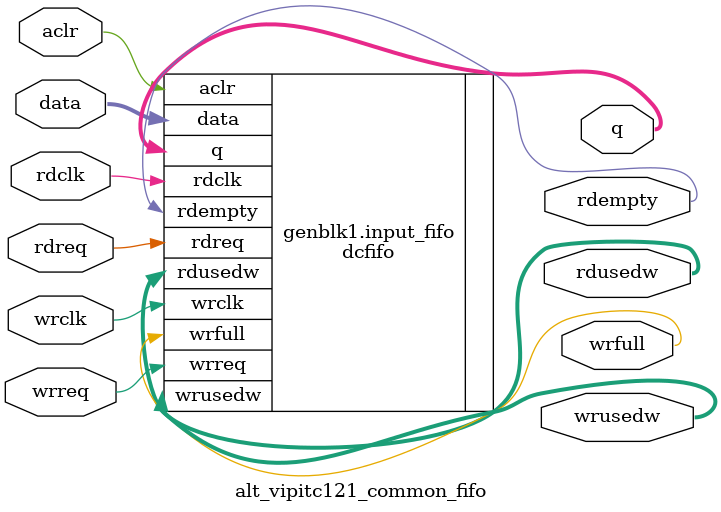
<source format=v>
module alt_vipitc121_common_fifo(
    wrclk,
    rdreq,
    aclr,
    rdclk,
    wrreq,
    data,
    rdusedw,
    rdempty,
    wrusedw,
    wrfull,
    q);

function integer alt_clogb2;
  input [31:0] value;
  integer i;
  begin
    alt_clogb2 = 32;
    for (i=31; i>0; i=i-1) begin
      if (2**i>=value)
        alt_clogb2 = i;
    end
  end
endfunction

parameter DATA_WIDTH = 20;
parameter FIFO_DEPTH = 1920;
parameter CLOCKS_ARE_SAME = 0;

parameter DATA_WIDTHU = alt_clogb2(FIFO_DEPTH);    

input wrclk;
input rdreq;
input aclr;
input rdclk;
input wrreq;
input [DATA_WIDTH-1:0] data;
output [DATA_WIDTHU-1:0] rdusedw;
output rdempty;
output [DATA_WIDTHU-1:0] wrusedw;
output wrfull;
output [DATA_WIDTH-1:0] q;

generate
    if(CLOCKS_ARE_SAME) begin
        assign rdusedw = wrusedw;
        
        scfifo input_fifo(
		    .rdreq(rdreq),
            .aclr(aclr),
			.clock(wrclk),
			.wrreq(wrreq),
			.data(data),
			.empty(rdempty),
			.full(wrfull),
            .usedw(wrusedw),
            .q(q));

        defparam
		    input_fifo.add_ram_output_register = "OFF",
            input_fifo.lpm_hint = "MAXIMIZE_SPEED=7,",      
            input_fifo.lpm_numwords = FIFO_DEPTH,
            input_fifo.lpm_showahead = "OFF",
            input_fifo.lpm_type = "scfifo",
            input_fifo.lpm_width = DATA_WIDTH,
            input_fifo.lpm_widthu = DATA_WIDTHU,
            input_fifo.overflow_checking = "OFF",
            input_fifo.underflow_checking = "OFF",
            input_fifo.use_eab = "ON";
    end else begin
        dcfifo input_fifo(
            .wrclk(wrclk),
            .rdreq(rdreq),
            .aclr(aclr),
            .rdclk(rdclk),
            .wrreq(wrreq),
            .data(data),
            .rdusedw(rdusedw),
            .rdempty(rdempty),
            .wrfull(wrfull),
            .wrusedw(wrusedw),
            .q(q));

        defparam
            input_fifo.lpm_hint = "MAXIMIZE_SPEED=7,",
            input_fifo.lpm_numwords = FIFO_DEPTH,
            input_fifo.lpm_showahead = "OFF",
            input_fifo.lpm_type = "dcfifo",
            input_fifo.lpm_width = DATA_WIDTH,
            input_fifo.lpm_widthu = DATA_WIDTHU,
            input_fifo.overflow_checking = "OFF",
            input_fifo.rdsync_delaypipe = 5,
            input_fifo.underflow_checking = "OFF",
            input_fifo.use_eab = "ON",
            input_fifo.wrsync_delaypipe = 5,
            input_fifo.read_aclr_synch = "ON";
    end
endgenerate

endmodule

</source>
